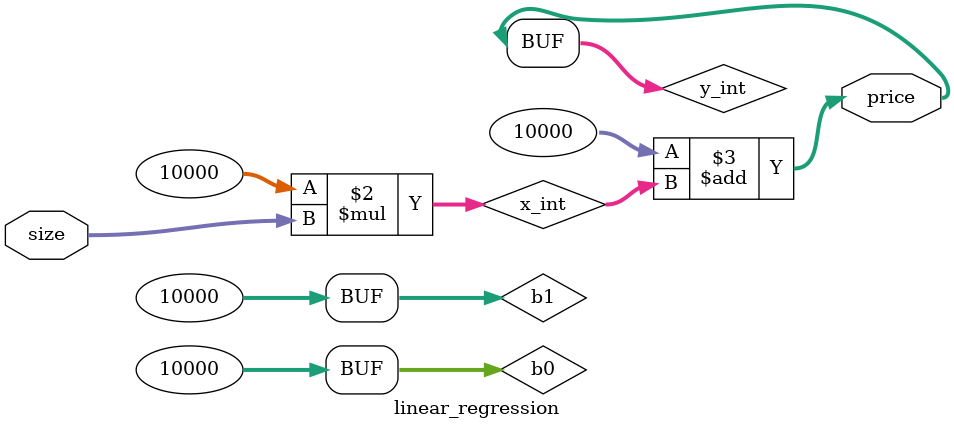
<source format=v>
module linear_regression (size, price);
    input [15:0] size;
    output [31:0] price;

    reg signed [31:0] b0 = 10000;
    reg signed [31:0] b1 = 10000;

    reg signed [31:0] y_int;
    reg signed [31:0] x_int;
    always @(*) begin
        x_int = b1 * size;
        y_int = b0 + x_int;
        price = y_int;

    end

endmodule
</source>
